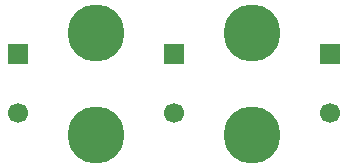
<source format=gbs>
%FSLAX46Y46*%
G04 Gerber Fmt 4.6, Leading zero omitted, Abs format (unit mm)*
G04 Created by KiCad (PCBNEW (2014-08-31 BZR 5107)-product) date tor  6 aug 2015 12:44:02*
%MOMM*%
G01*
G04 APERTURE LIST*
%ADD10C,0.100000*%
%ADD11C,4.826000*%
%ADD12C,1.700000*%
%ADD13R,1.700000X1.700000*%
G04 APERTURE END LIST*
D10*
D11*
X179324000Y-103378000D03*
X192532000Y-103378000D03*
X192532000Y-94742000D03*
X179324000Y-94742000D03*
D12*
X172720000Y-101520000D03*
D13*
X172720000Y-96520000D03*
D12*
X185928000Y-101520000D03*
D13*
X185928000Y-96520000D03*
D12*
X199136000Y-101520000D03*
D13*
X199136000Y-96520000D03*
M02*

</source>
